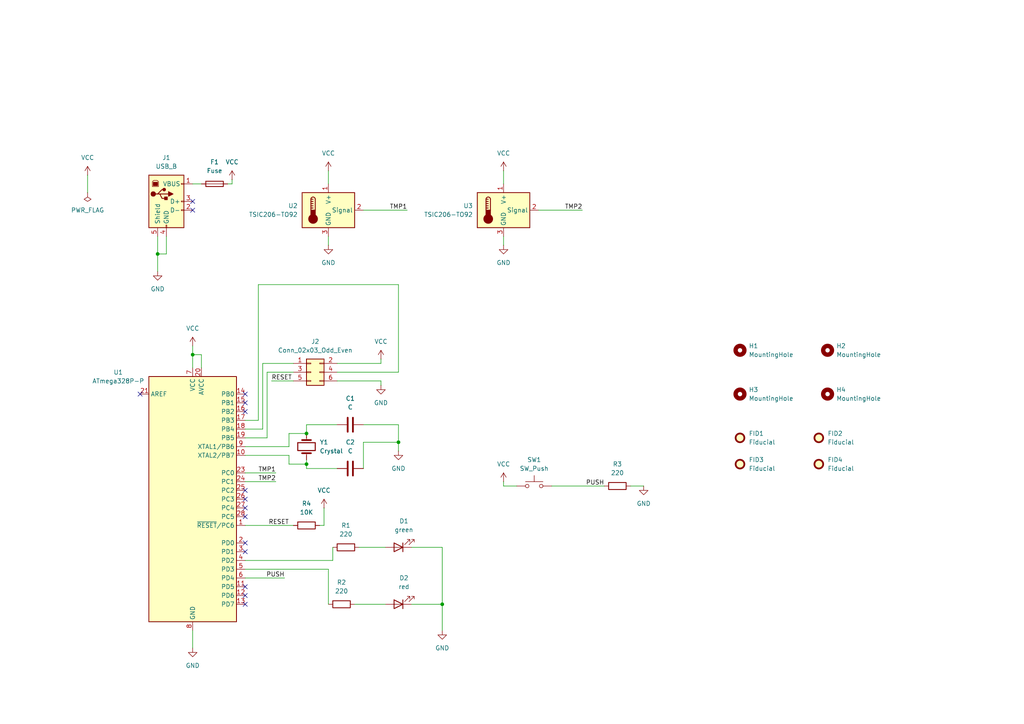
<source format=kicad_sch>
(kicad_sch (version 20231120) (generator "eeschema") (generator_version "8.0")
  (paper "A4")
  (lib_symbols
    (symbol "Connector:USB_B" (pin_names (offset 1.016))
      (property "Reference" "J" (at -5.08 11.43 0))
      (property "Value" "USB_B" (at -5.08 8.89 0))
      (symbol "USB_B_0_1"
        (rectangle (start -5.08 -7.62) (end 5.08 7.62) (stroke (width 0.254)) (fill (type background)))
        (circle (center -3.81 2.159) (radius 0.635) (stroke (width 0.254)) (fill (type outline)))
        (rectangle (start -3.81 5.588) (end -2.54 4.572) (fill (type outline)))
        (circle (center -0.635 3.429) (radius 0.381) (stroke (width 0.254)) (fill (type outline)))
        (rectangle (start -0.127 -7.62) (end 0.127 -6.858))
        (polyline (pts (xy -1.905 2.159) (xy 0.635 2.159)) (stroke (width 0.254)))
        (polyline (pts (xy -3.175 2.159) (xy -2.54 2.159) (xy -1.27 3.429) (xy -0.635 3.429)) (stroke (width 0.254)))
        (polyline (pts (xy -2.54 2.159) (xy -1.905 2.159) (xy -1.27 0.889) (xy 0 0.889)) (stroke (width 0.254)))
        (polyline (pts (xy 0.635 2.794) (xy 0.635 1.524) (xy 1.905 2.159) (xy 0.635 2.794)) (stroke (width 0.254)) (fill (type outline)))
        (polyline (pts (xy -4.064 4.318) (xy -2.286 4.318) (xy -2.286 5.715) (xy -2.667 6.096) (xy -3.683 6.096) (xy -4.064 5.715) (xy -4.064 4.318)))
        (rectangle (start 0.254 1.27) (end -0.508 0.508) (stroke (width 0.254)) (fill (type outline)))
        (rectangle (start 5.08 -2.667) (end 4.318 -2.413))
        (rectangle (start 5.08 -0.127) (end 4.318 0.127))
        (rectangle (start 5.08 4.953) (end 4.318 5.207))
      )
      (symbol "USB_B_1_1"
        (pin power_out line (at 7.62 5.08 180) (length 2.54) (name "VBUS") (number "1"))
        (pin bidirectional line (at 7.62 -2.54 180) (length 2.54) (name "D-") (number "2"))
        (pin bidirectional line (at 7.62 0 180) (length 2.54) (name "D+") (number "3"))
        (pin power_out line (at 0 -10.16 90) (length 2.54) (name "GND") (number "4"))
        (pin passive line (at -2.54 -10.16 90) (length 2.54) (name "Shield") (number "5"))
      )
    )
    (symbol "Connector_Generic:Conn_02x03_Odd_Even" (pin_names (offset 1.016) hide)
      (property "Reference" "J" (at 1.27 5.08 0))
      (property "Value" "Conn_02x03_Odd_Even" (at 1.27 -5.08 0))
      (symbol "Conn_02x03_Odd_Even_1_1"
        (rectangle (start -1.27 -2.413) (end 0 -2.667) (stroke (width 0.1524)))
        (rectangle (start -1.27 0.127) (end 0 -0.127) (stroke (width 0.1524)))
        (rectangle (start -1.27 2.667) (end 0 2.413) (stroke (width 0.1524)))
        (rectangle (start -1.27 3.81) (end 3.81 -3.81) (stroke (width 0.254)) (fill (type background)))
        (rectangle (start 3.81 -2.413) (end 2.54 -2.667) (stroke (width 0.1524)))
        (rectangle (start 3.81 0.127) (end 2.54 -0.127) (stroke (width 0.1524)))
        (rectangle (start 3.81 2.667) (end 2.54 2.413) (stroke (width 0.1524)))
        (pin passive line (at -5.08 2.54 0) (length 3.81) (name "Pin_1") (number "1"))
        (pin passive line (at 7.62 2.54 180) (length 3.81) (name "Pin_2") (number "2"))
        (pin passive line (at -5.08 0 0) (length 3.81) (name "Pin_3") (number "3"))
        (pin passive line (at 7.62 0 180) (length 3.81) (name "Pin_4") (number "4"))
        (pin passive line (at -5.08 -2.54 0) (length 3.81) (name "Pin_5") (number "5"))
        (pin passive line (at 7.62 -2.54 180) (length 3.81) (name "Pin_6") (number "6"))
      )
    )
    (symbol "Device:C" (pin_numbers hide) (pin_names (offset 0.254))
      (property "Reference" "C" (at 0.635 2.54 0))
      (property "Value" "C" (at 0.635 -2.54 0))
      (symbol "C_0_1"
        (polyline (pts (xy -2.032 -0.762) (xy 2.032 -0.762)) (stroke (width 0.508)))
        (polyline (pts (xy -2.032 0.762) (xy 2.032 0.762)) (stroke (width 0.508)))
      )
      (symbol "C_1_1"
        (pin passive line (at 0 3.81 270) (length 2.794) (name "~") (number "1"))
        (pin passive line (at 0 -3.81 90) (length 2.794) (name "~") (number "2"))
      )
    )
    (symbol "Device:Crystal" (pin_numbers hide) (pin_names (offset 1.016) hide)
      (property "Reference" "Y" (at 0 3.81 0))
      (property "Value" "Crystal" (at 0 -3.81 0))
      (symbol "Crystal_0_1"
        (rectangle (start -1.143 2.54) (end 1.143 -2.54) (stroke (width 0.3048)))
        (polyline (pts (xy -2.54 0) (xy -1.905 0)))
        (polyline (pts (xy -1.905 -1.27) (xy -1.905 1.27)) (stroke (width 0.508)))
        (polyline (pts (xy 1.905 -1.27) (xy 1.905 1.27)) (stroke (width 0.508)))
        (polyline (pts (xy 2.54 0) (xy 1.905 0)))
      )
      (symbol "Crystal_1_1"
        (pin passive line (at -3.81 0 0) (length 1.27) (name "1") (number "1"))
        (pin passive line (at 3.81 0 180) (length 1.27) (name "2") (number "2"))
      )
    )
    (symbol "Device:Fuse" (pin_numbers hide) (pin_names (offset 0))
      (property "Reference" "F" (at 2.032 0 90))
      (property "Value" "Fuse" (at -1.905 0 90))
      (symbol "Fuse_0_1"
        (rectangle (start -0.762 -2.54) (end 0.762 2.54) (stroke (width 0.254)))
        (polyline (pts (xy 0 2.54) (xy 0 -2.54)))
      )
      (symbol "Fuse_1_1"
        (pin passive line (at 0 3.81 270) (length 1.27) (name "~") (number "1"))
        (pin passive line (at 0 -3.81 90) (length 1.27) (name "~") (number "2"))
      )
    )
    (symbol "Device:LED" (pin_numbers hide) (pin_names (offset 1.016) hide)
      (property "Reference" "D" (at 0 2.54 0))
      (property "Value" "LED" (at 0 -2.54 0))
      (symbol "LED_0_1"
        (polyline (pts (xy -1.27 -1.27) (xy -1.27 1.27)) (stroke (width 0.254)))
        (polyline (pts (xy -1.27 0) (xy 1.27 0)))
        (polyline (pts (xy 1.27 -1.27) (xy 1.27 1.27) (xy -1.27 0) (xy 1.27 -1.27)) (stroke (width 0.254)))
        (polyline (pts (xy -3.048 -0.762) (xy -4.572 -2.286) (xy -3.81 -2.286) (xy -4.572 -2.286) (xy -4.572 -1.524)))
        (polyline (pts (xy -1.778 -0.762) (xy -3.302 -2.286) (xy -2.54 -2.286) (xy -3.302 -2.286) (xy -3.302 -1.524)))
      )
      (symbol "LED_1_1"
        (pin passive line (at -3.81 0 0) (length 2.54) (name "K") (number "1"))
        (pin passive line (at 3.81 0 180) (length 2.54) (name "A") (number "2"))
      )
    )
    (symbol "Device:R" (pin_numbers hide) (pin_names (offset 0))
      (property "Reference" "R" (at 2.032 0 90))
      (property "Value" "R" (at 0 0 90))
      (symbol "R_0_1"
        (rectangle (start -1.016 -2.54) (end 1.016 2.54) (stroke (width 0.254)))
      )
      (symbol "R_1_1"
        (pin passive line (at 0 3.81 270) (length 1.27) (name "~") (number "1"))
        (pin passive line (at 0 -3.81 90) (length 1.27) (name "~") (number "2"))
      )
    )
    (symbol "MCU_Microchip_ATmega:ATmega328P-P"
      (property "Reference" "U" (at -12.7 36.83 0))
      (property "Value" "ATmega328P-P" (at 2.54 -36.83 0))
      (symbol "ATmega328P-P_0_1"
        (rectangle (start -12.7 -35.56) (end 12.7 35.56) (stroke (width 0.254)) (fill (type background)))
      )
      (symbol "ATmega328P-P_1_1"
        (pin bidirectional line (at 15.24 -7.62 180) (length 2.54) (name "~{RESET}/PC6") (number "1"))
        (pin bidirectional line (at 15.24 12.7 180) (length 2.54) (name "XTAL2/PB7") (number "10"))
        (pin bidirectional line (at 15.24 -25.4 180) (length 2.54) (name "PD5") (number "11"))
        (pin bidirectional line (at 15.24 -27.94 180) (length 2.54) (name "PD6") (number "12"))
        (pin bidirectional line (at 15.24 -30.48 180) (length 2.54) (name "PD7") (number "13"))
        (pin bidirectional line (at 15.24 30.48 180) (length 2.54) (name "PB0") (number "14"))
        (pin bidirectional line (at 15.24 27.94 180) (length 2.54) (name "PB1") (number "15"))
        (pin bidirectional line (at 15.24 25.4 180) (length 2.54) (name "PB2") (number "16"))
        (pin bidirectional line (at 15.24 22.86 180) (length 2.54) (name "PB3") (number "17"))
        (pin bidirectional line (at 15.24 20.32 180) (length 2.54) (name "PB4") (number "18"))
        (pin bidirectional line (at 15.24 17.78 180) (length 2.54) (name "PB5") (number "19"))
        (pin bidirectional line (at 15.24 -12.7 180) (length 2.54) (name "PD0") (number "2"))
        (pin power_in line (at 2.54 38.1 270) (length 2.54) (name "AVCC") (number "20"))
        (pin passive line (at -15.24 30.48 0) (length 2.54) (name "AREF") (number "21"))
        (pin passive line (at 0 -38.1 90) (length 2.54) hide (name "GND") (number "22"))
        (pin bidirectional line (at 15.24 7.62 180) (length 2.54) (name "PC0") (number "23"))
        (pin bidirectional line (at 15.24 5.08 180) (length 2.54) (name "PC1") (number "24"))
        (pin bidirectional line (at 15.24 2.54 180) (length 2.54) (name "PC2") (number "25"))
        (pin bidirectional line (at 15.24 0 180) (length 2.54) (name "PC3") (number "26"))
        (pin bidirectional line (at 15.24 -2.54 180) (length 2.54) (name "PC4") (number "27"))
        (pin bidirectional line (at 15.24 -5.08 180) (length 2.54) (name "PC5") (number "28"))
        (pin bidirectional line (at 15.24 -15.24 180) (length 2.54) (name "PD1") (number "3"))
        (pin bidirectional line (at 15.24 -17.78 180) (length 2.54) (name "PD2") (number "4"))
        (pin bidirectional line (at 15.24 -20.32 180) (length 2.54) (name "PD3") (number "5"))
        (pin bidirectional line (at 15.24 -22.86 180) (length 2.54) (name "PD4") (number "6"))
        (pin power_in line (at 0 38.1 270) (length 2.54) (name "VCC") (number "7"))
        (pin power_in line (at 0 -38.1 90) (length 2.54) (name "GND") (number "8"))
        (pin bidirectional line (at 15.24 15.24 180) (length 2.54) (name "XTAL1/PB6") (number "9"))
      )
    )
    (symbol "Mechanical:Fiducial" (exclude_from_sim yes) (in_bom no)
      (property "Reference" "FID" (at 0 5.08 0))
      (property "Value" "Fiducial" (at 0 3.175 0))
      (symbol "Fiducial_0_1"
        (circle (center 0 0) (radius 1.27) (stroke (width 0.508)) (fill (type background)))
      )
    )
    (symbol "Mechanical:MountingHole" (pin_names (offset 1.016)) (exclude_from_sim yes) (in_bom no)
      (property "Reference" "H" (at 0 5.08 0))
      (property "Value" "MountingHole" (at 0 3.175 0))
      (symbol "MountingHole_0_1"
        (circle (center 0 0) (radius 1.27) (stroke (width 1.27)))
      )
    )
    (symbol "Sensor_Temperature:TSIC206-TO92"
      (property "Reference" "U" (at -6.35 6.35 0))
      (property "Value" "TSIC206-TO92" (at 1.27 6.35 0))
      (symbol "TSIC206-TO92_0_1"
        (rectangle (start -7.62 5.08) (end 7.62 -5.08) (stroke (width 0.254)) (fill (type background)))
        (circle (center -4.445 -2.54) (radius 1.27) (stroke (width 0.254)) (fill (type outline)))
        (rectangle (start -3.81 -1.905) (end -5.08 0) (stroke (width 0.254)) (fill (type outline)))
        (arc (start -3.81 3.175) (mid -4.445 3.8073) (end -5.08 3.175) (stroke (width 0.254)))
        (polyline (pts (xy -5.08 0.635) (xy -4.445 0.635)) (stroke (width 0.254)))
        (polyline (pts (xy -5.08 1.27) (xy -4.445 1.27)) (stroke (width 0.254)))
        (polyline (pts (xy -5.08 1.905) (xy -4.445 1.905)) (stroke (width 0.254)))
        (polyline (pts (xy -5.08 2.54) (xy -4.445 2.54)) (stroke (width 0.254)))
        (polyline (pts (xy -5.08 3.175) (xy -5.08 0)) (stroke (width 0.254)))
        (polyline (pts (xy -5.08 3.175) (xy -4.445 3.175)) (stroke (width 0.254)))
        (polyline (pts (xy -3.81 3.175) (xy -3.81 0)) (stroke (width 0.254)))
      )
      (symbol "TSIC206-TO92_1_1"
        (pin power_in line (at 0 7.62 270) (length 2.54) (name "V+") (number "1"))
        (pin output line (at 10.16 0 180) (length 2.54) (name "Signal") (number "2"))
        (pin power_in line (at 0 -7.62 90) (length 2.54) (name "GND") (number "3"))
      )
    )
    (symbol "Switch:SW_Push" (pin_numbers hide) (pin_names (offset 1.016) hide)
      (property "Reference" "SW" (at 1.27 2.54 0))
      (property "Value" "SW_Push" (at 0 -1.524 0))
      (symbol "SW_Push_0_1"
        (circle (center -2.032 0) (radius 0.508))
        (polyline (pts (xy 0 1.27) (xy 0 3.048)))
        (polyline (pts (xy 2.54 1.27) (xy -2.54 1.27)))
        (circle (center 2.032 0) (radius 0.508))
        (pin passive line (at -5.08 0 0) (length 2.54) (name "1") (number "1"))
        (pin passive line (at 5.08 0 180) (length 2.54) (name "2") (number "2"))
      )
    )
    (symbol "power:GND" (power) (pin_numbers hide) (pin_names (offset 0) hide)
      (property "Value" "GND" (at 0 -3.81 0))
      (symbol "GND_0_1"
        (polyline (pts (xy 0 0) (xy 0 -1.27) (xy 1.27 -1.27) (xy 0 -2.54) (xy -1.27 -1.27) (xy 0 -1.27)))
      )
      (symbol "GND_1_1"
        (pin power_in line (at 0 0 270) (length 0) (name "~") (number "1"))
      )
    )
    (symbol "power:PWR_FLAG" (power) (pin_numbers hide) (pin_names (offset 0) hide)
      (property "Value" "PWR_FLAG" (at 0 3.81 0))
      (symbol "PWR_FLAG_0_0"
        (pin power_out line (at 0 0 90) (length 0) (name "~") (number "1"))
      )
      (symbol "PWR_FLAG_0_1"
        (polyline (pts (xy 0 0) (xy 0 1.27) (xy -1.016 1.905) (xy 0 2.54) (xy 1.016 1.905) (xy 0 1.27)))
      )
    )
    (symbol "power:VCC" (power) (pin_numbers hide) (pin_names (offset 0) hide)
      (property "Value" "VCC" (at 0 3.556 0))
      (symbol "VCC_0_1"
        (polyline (pts (xy -0.762 1.27) (xy 0 2.54)))
        (polyline (pts (xy 0 0) (xy 0 2.54)))
        (polyline (pts (xy 0 2.54) (xy 0.762 1.27)))
      )
      (symbol "VCC_1_1"
        (pin power_in line (at 0 0 90) (length 0) (name "~") (number "1"))
      )
    )
  )
  (junction (at 55.88 102.87))
  (junction (at 115.57 128.27))
  (junction (at 128.27 175.26))
  (junction (at 45.72 73.66))
  (junction (at 88.9 134.62))
  (junction (at 88.9 125.73))
  (no_connect (at 71.12 160.02))
  (no_connect (at 71.12 116.84))
  (no_connect (at 71.12 144.78))
  (no_connect (at 55.88 58.42))
  (no_connect (at 71.12 175.26))
  (no_connect (at 71.12 172.72))
  (no_connect (at 71.12 142.24))
  (no_connect (at 71.12 147.32))
  (no_connect (at 71.12 114.3))
  (no_connect (at 71.12 119.38))
  (no_connect (at 40.64 114.3))
  (no_connect (at 71.12 170.18))
  (no_connect (at 55.88 60.96))
  (no_connect (at 71.12 157.48))
  (no_connect (at 71.12 149.86))
  (wire (pts (xy 88.9 123.19) (xy 97.79 123.19)))
  (wire (pts (xy 115.57 123.19) (xy 115.57 128.27)))
  (wire (pts (xy 66.04 53.34) (xy 67.31 53.34)))
  (wire (pts (xy 71.12 121.92) (xy 74.93 121.92)))
  (wire (pts (xy 71.12 139.7) (xy 80.01 139.7)))
  (wire (pts (xy 76.2 124.46) (xy 76.2 105.41)))
  (wire (pts (xy 55.88 182.88) (xy 55.88 187.96)))
  (wire (pts (xy 45.72 68.58) (xy 45.72 73.66)))
  (wire (pts (xy 88.9 125.73) (xy 88.9 123.19)))
  (wire (pts (xy 88.9 135.89) (xy 97.79 135.89)))
  (wire (pts (xy 58.42 106.68) (xy 58.42 102.87)))
  (wire (pts (xy 115.57 107.95) (xy 97.79 107.95)))
  (wire (pts (xy 93.98 152.4) (xy 93.98 147.32)))
  (wire (pts (xy 77.47 107.95) (xy 85.09 107.95)))
  (wire (pts (xy 67.31 53.34) (xy 67.31 52.07)))
  (wire (pts (xy 182.88 140.97) (xy 186.69 140.97)))
  (wire (pts (xy 95.25 165.1) (xy 95.25 175.26)))
  (wire (pts (xy 128.27 158.75) (xy 128.27 175.26)))
  (wire (pts (xy 48.26 68.58) (xy 48.26 73.66)))
  (wire (pts (xy 156.21 60.96) (xy 168.91 60.96)))
  (wire (pts (xy 160.02 140.97) (xy 175.26 140.97)))
  (wire (pts (xy 45.72 73.66) (xy 45.72 78.74)))
  (wire (pts (xy 115.57 128.27) (xy 115.57 130.81)))
  (wire (pts (xy 74.93 82.55) (xy 115.57 82.55)))
  (wire (pts (xy 71.12 127) (xy 77.47 127)))
  (wire (pts (xy 76.2 105.41) (xy 85.09 105.41)))
  (wire (pts (xy 115.57 82.55) (xy 115.57 107.95)))
  (wire (pts (xy 146.05 68.58) (xy 146.05 71.12)))
  (wire (pts (xy 146.05 140.97) (xy 149.86 140.97)))
  (wire (pts (xy 88.9 133.35) (xy 88.9 134.62)))
  (wire (pts (xy 83.82 129.54) (xy 83.82 125.73)))
  (wire (pts (xy 105.41 128.27) (xy 115.57 128.27)))
  (wire (pts (xy 105.41 135.89) (xy 105.41 128.27)))
  (wire (pts (xy 83.82 125.73) (xy 88.9 125.73)))
  (wire (pts (xy 110.49 105.41) (xy 110.49 104.14)))
  (wire (pts (xy 71.12 167.64) (xy 82.55 167.64)))
  (wire (pts (xy 110.49 110.49) (xy 110.49 111.76)))
  (wire (pts (xy 97.79 105.41) (xy 110.49 105.41)))
  (wire (pts (xy 25.4 50.8) (xy 25.4 55.88)))
  (wire (pts (xy 78.74 110.49) (xy 85.09 110.49)))
  (wire (pts (xy 146.05 49.53) (xy 146.05 53.34)))
  (wire (pts (xy 55.88 102.87) (xy 55.88 106.68)))
  (wire (pts (xy 119.38 158.75) (xy 128.27 158.75)))
  (wire (pts (xy 102.87 175.26) (xy 111.76 175.26)))
  (wire (pts (xy 48.26 73.66) (xy 45.72 73.66)))
  (wire (pts (xy 71.12 129.54) (xy 83.82 129.54)))
  (wire (pts (xy 119.38 175.26) (xy 128.27 175.26)))
  (wire (pts (xy 95.25 49.53) (xy 95.25 53.34)))
  (wire (pts (xy 77.47 127) (xy 77.47 107.95)))
  (wire (pts (xy 105.41 123.19) (xy 115.57 123.19)))
  (wire (pts (xy 55.88 100.33) (xy 55.88 102.87)))
  (wire (pts (xy 88.9 134.62) (xy 88.9 135.89)))
  (wire (pts (xy 71.12 165.1) (xy 95.25 165.1)))
  (wire (pts (xy 128.27 175.26) (xy 128.27 182.88)))
  (wire (pts (xy 71.12 137.16) (xy 80.01 137.16)))
  (wire (pts (xy 71.12 152.4) (xy 85.09 152.4)))
  (wire (pts (xy 71.12 124.46) (xy 76.2 124.46)))
  (wire (pts (xy 55.88 53.34) (xy 58.42 53.34)))
  (wire (pts (xy 146.05 139.7) (xy 146.05 140.97)))
  (wire (pts (xy 92.71 152.4) (xy 93.98 152.4)))
  (wire (pts (xy 71.12 162.56) (xy 96.52 162.56)))
  (wire (pts (xy 71.12 132.08) (xy 83.82 132.08)))
  (wire (pts (xy 83.82 134.62) (xy 88.9 134.62)))
  (wire (pts (xy 95.25 68.58) (xy 95.25 71.12)))
  (wire (pts (xy 104.14 158.75) (xy 111.76 158.75)))
  (wire (pts (xy 83.82 132.08) (xy 83.82 134.62)))
  (wire (pts (xy 105.41 60.96) (xy 118.11 60.96)))
  (wire (pts (xy 97.79 110.49) (xy 110.49 110.49)))
  (wire (pts (xy 96.52 162.56) (xy 96.52 158.75)))
  (wire (pts (xy 58.42 102.87) (xy 55.88 102.87)))
  (wire (pts (xy 74.93 121.92) (xy 74.93 82.55)))
  (label "TMP2" (at 168.91 60.96 180))
  (label "TMP1" (at 118.11 60.96 180))
  (label "RESET" (at 78.74 110.49 0))
  (label "PUSH" (at 175.26 140.97 180))
  (label "TMP2" (at 80.01 139.7 180))
  (label "RESET" (at 83.82 152.4 180))
  (label "TMP1" (at 80.01 137.16 180))
  (label "PUSH" (at 82.55 167.64 180))
  (symbol (lib_id "Device:R") (at 100.33 158.75 90) (unit 1)
    (property "Reference" "R1" (at 100.33 152.4 90))
    (property "Value" "220" (at 100.33 154.94 90))
    (property "Footprint" "Resistor_THT:R_Axial_DIN0207_L6.3mm_D2.5mm_P10.16mm_Horizontal" (effects (hide yes)))
    (property "Description" "Resistor" (effects (hide yes)))
  )
  (symbol (lib_id "Connector_Generic:Conn_02x03_Odd_Even") (at 90.17 107.95 0) (unit 1)
    (property "Reference" "J2" (at 91.44 99.06 0))
    (property "Value" "Conn_02x03_Odd_Even" (at 91.44 101.6 0))
    (property "Footprint" "Connector_PinHeader_2.54mm:PinHeader_2x03_P2.54mm_Vertical" (effects (hide yes)))
    (property "Description" "Generic connector, double row, 02x03, odd/even pin numbering scheme (row 1 odd numbers, row 2 even numbers), script generated (kicad-library-utils/schlib/autogen/connector/)" (effects (hide yes)))
  )
  (symbol (lib_id "Device:Crystal") (at 88.9 129.54 90) (unit 1)
    (property "Reference" "Y1" (at 92.71 128.2699 90) (effects (justify right)))
    (property "Value" "Crystal" (at 92.71 130.8099 90) (effects (justify right)))
    (property "Footprint" "Crystal:Crystal_HC49-4H_Vertical" (effects (hide yes)))
    (property "Description" "Two pin crystal" (effects (hide yes)))
  )
  (symbol (lib_id "power:GND") (at 186.69 140.97 0) (unit 1)
    (property "Reference" "#PWR06" (effects (hide yes)))
    (property "Value" "GND" (at 186.69 146.05 0))
    (property "Description" "Power symbol creates a global label with name \"GND\" , ground" (effects (hide yes)))
  )
  (symbol (lib_id "power:VCC") (at 110.49 104.14 0) (unit 1)
    (property "Reference" "#PWR014" (effects (hide yes)))
    (property "Value" "VCC" (at 110.49 99.06 0))
    (property "Description" "Power symbol creates a global label with name \"VCC\"" (effects (hide yes)))
  )
  (symbol (lib_id "Mechanical:Fiducial") (at 214.63 134.62 0) (unit 1) (exclude_from_sim yes) (in_bom no)
    (property "Reference" "FID3" (at 217.17 133.3499 0) (effects (justify left)))
    (property "Value" "Fiducial" (at 217.17 135.8899 0) (effects (justify left)))
    (property "Footprint" "Fiducial:Fiducial_1mm_Mask2mm" (effects (hide yes)))
    (property "Description" "Fiducial Marker" (effects (hide yes)))
  )
  (symbol (lib_id "Mechanical:MountingHole") (at 214.63 101.6 0) (unit 1) (exclude_from_sim yes) (in_bom no)
    (property "Reference" "H1" (at 217.17 100.3299 0) (effects (justify left)))
    (property "Value" "MountingHole" (at 217.17 102.8699 0) (effects (justify left)))
    (property "Footprint" "MountingHole:MountingHole_3.2mm_M3" (effects (hide yes)))
    (property "Description" "Mounting Hole without connection" (effects (hide yes)))
  )
  (symbol (lib_id "power:VCC") (at 67.31 52.07 0) (unit 1)
    (property "Reference" "#PWR01" (effects (hide yes)))
    (property "Value" "VCC" (at 67.31 46.99 0))
    (property "Description" "Power symbol creates a global label with name \"VCC\"" (effects (hide yes)))
  )
  (symbol (lib_id "Mechanical:Fiducial") (at 214.63 127 0) (unit 1) (exclude_from_sim yes) (in_bom no)
    (property "Reference" "FID1" (at 217.17 125.7299 0) (effects (justify left)))
    (property "Value" "Fiducial" (at 217.17 128.2699 0) (effects (justify left)))
    (property "Footprint" "Fiducial:Fiducial_1mm_Mask2mm" (effects (hide yes)))
    (property "Description" "Fiducial Marker" (effects (hide yes)))
  )
  (symbol (lib_id "power:VCC") (at 95.25 49.53 0) (unit 1)
    (property "Reference" "#PWR08" (effects (hide yes)))
    (property "Value" "VCC" (at 95.25 44.45 0))
    (property "Description" "Power symbol creates a global label with name \"VCC\"" (effects (hide yes)))
  )
  (symbol (lib_id "Switch:SW_Push") (at 154.94 140.97 0) (unit 1)
    (property "Reference" "SW1" (at 154.94 133.35 0))
    (property "Value" "SW_Push" (at 154.94 135.89 0))
    (property "Footprint" "Button_Switch_SMD:SW_Push_1P1T_XKB_TS-1187A" (effects (hide yes)))
    (property "Description" "Push button switch, generic, two pins" (effects (hide yes)))
  )
  (symbol (lib_id "Device:C") (at 101.6 123.19 90) (unit 1)
    (property "Reference" "C1" (at 101.6 115.57 90))
    (property "Value" "C" (at 101.6 118.11 90))
    (property "Footprint" "Capacitor_SMD:C_0805_2012Metric" (effects (hide yes)))
    (property "Description" "Unpolarized capacitor" (effects (hide yes)))
  )
  (symbol (lib_id "power:GND") (at 128.27 182.88 0) (unit 1)
    (property "Reference" "#PWR05" (effects (hide yes)))
    (property "Value" "GND" (at 128.27 187.96 0))
    (property "Description" "Power symbol creates a global label with name \"GND\" , ground" (effects (hide yes)))
  )
  (symbol (lib_id "power:VCC") (at 93.98 147.32 0) (unit 1)
    (property "Reference" "#PWR012" (effects (hide yes)))
    (property "Value" "VCC" (at 93.98 142.24 0))
    (property "Description" "Power symbol creates a global label with name \"VCC\"" (effects (hide yes)))
  )
  (symbol (lib_id "Mechanical:Fiducial") (at 237.49 134.62 0) (unit 1) (exclude_from_sim yes) (in_bom no)
    (property "Reference" "FID4" (at 240.03 133.3499 0) (effects (justify left)))
    (property "Value" "Fiducial" (at 240.03 135.8899 0) (effects (justify left)))
    (property "Footprint" "Fiducial:Fiducial_1mm_Mask2mm" (effects (hide yes)))
    (property "Description" "Fiducial Marker" (effects (hide yes)))
  )
  (symbol (lib_id "Sensor_Temperature:TSIC206-TO92") (at 146.05 60.96 0) (unit 1)
    (property "Reference" "U3" (at 137.16 59.6899 0) (effects (justify right)))
    (property "Value" "TSIC206-TO92" (at 137.16 62.2299 0) (effects (justify right)))
    (property "Footprint" "Package_TO_SOT_THT:TO-92_Inline" (effects (hide yes)))
    (property "Datasheet" "https://shop.bb-sensors.com/out/media/Datasheet_Digital_Semiconductor_temperatur_sensor_TSIC.pdf" (effects (hide yes)))
    (property "Description" "Digital temperature sensor, range -50 ... +150 °C, 0.5 K accuracy, TO-92" (effects (hide yes)))
  )
  (symbol (lib_id "Device:Fuse") (at 62.23 53.34 90) (unit 1)
    (property "Reference" "F1" (at 62.23 46.99 90))
    (property "Value" "Fuse" (at 62.23 49.53 90))
    (property "Footprint" "Fuse:Fuse_1812_4532Metric" (effects (hide yes)))
    (property "Description" "Fuse" (effects (hide yes)))
  )
  (symbol (lib_id "power:PWR_FLAG") (at 25.4 55.88 180) (unit 1)
    (property "Reference" "#FLG01" (effects (hide yes)))
    (property "Value" "PWR_FLAG" (at 25.4 60.96 0))
    (property "Description" "Special symbol for telling ERC where power comes from" (effects (hide yes)))
  )
  (symbol (lib_id "power:GND") (at 95.25 71.12 0) (unit 1)
    (property "Reference" "#PWR03" (effects (hide yes)))
    (property "Value" "GND" (at 95.25 76.2 0))
    (property "Description" "Power symbol creates a global label with name \"GND\" , ground" (effects (hide yes)))
  )
  (symbol (lib_id "Mechanical:MountingHole") (at 240.03 114.3 0) (unit 1) (exclude_from_sim yes) (in_bom no)
    (property "Reference" "H4" (at 242.57 113.0299 0) (effects (justify left)))
    (property "Value" "MountingHole" (at 242.57 115.5699 0) (effects (justify left)))
    (property "Footprint" "MountingHole:MountingHole_3.2mm_M3" (effects (hide yes)))
    (property "Description" "Mounting Hole without connection" (effects (hide yes)))
  )
  (symbol (lib_id "Device:LED") (at 115.57 175.26 180) (unit 1)
    (property "Reference" "D2" (at 117.1575 167.64 0))
    (property "Value" "red" (at 117.1575 170.18 0))
    (property "Footprint" "LED_THT:LED_D5.0mm_Clear" (effects (hide yes)))
    (property "Description" "Light emitting diode" (effects (hide yes)))
  )
  (symbol (lib_id "Device:C") (at 101.6 135.89 90) (unit 1)
    (property "Reference" "C2" (at 101.6 128.27 90))
    (property "Value" "C" (at 101.6 130.81 90))
    (property "Footprint" "Capacitor_SMD:C_0805_2012Metric" (effects (hide yes)))
    (property "Description" "Unpolarized capacitor" (effects (hide yes)))
  )
  (symbol (lib_id "Mechanical:Fiducial") (at 237.49 127 0) (unit 1) (exclude_from_sim yes) (in_bom no)
    (property "Reference" "FID2" (at 240.03 125.7299 0) (effects (justify left)))
    (property "Value" "Fiducial" (at 240.03 128.2699 0) (effects (justify left)))
    (property "Footprint" "Fiducial:Fiducial_1mm_Mask2mm" (effects (hide yes)))
    (property "Description" "Fiducial Marker" (effects (hide yes)))
  )
  (symbol (lib_id "Device:R") (at 99.06 175.26 90) (unit 1)
    (property "Reference" "R2" (at 99.06 168.91 90))
    (property "Value" "220" (at 99.06 171.45 90))
    (property "Footprint" "Resistor_THT:R_Axial_DIN0207_L6.3mm_D2.5mm_P10.16mm_Horizontal" (effects (hide yes)))
    (property "Description" "Resistor" (effects (hide yes)))
  )
  (symbol (lib_id "power:VCC") (at 25.4 50.8 0) (unit 1)
    (property "Reference" "#PWR016" (effects (hide yes)))
    (property "Value" "VCC" (at 25.4 45.72 0))
    (property "Description" "Power symbol creates a global label with name \"VCC\"" (effects (hide yes)))
  )
  (symbol (lib_id "power:GND") (at 146.05 71.12 0) (unit 1)
    (property "Reference" "#PWR04" (effects (hide yes)))
    (property "Value" "GND" (at 146.05 76.2 0))
    (property "Description" "Power symbol creates a global label with name \"GND\" , ground" (effects (hide yes)))
  )
  (symbol (lib_id "power:VCC") (at 55.88 100.33 0) (unit 1)
    (property "Reference" "#PWR011" (effects (hide yes)))
    (property "Value" "VCC" (at 55.88 95.25 0))
    (property "Description" "Power symbol creates a global label with name \"VCC\"" (effects (hide yes)))
  )
  (symbol (lib_id "Mechanical:MountingHole") (at 240.03 101.6 0) (unit 1) (exclude_from_sim yes) (in_bom no)
    (property "Reference" "H2" (at 242.57 100.3299 0) (effects (justify left)))
    (property "Value" "MountingHole" (at 242.57 102.8699 0) (effects (justify left)))
    (property "Footprint" "MountingHole:MountingHole_3.2mm_M3" (effects (hide yes)))
    (property "Description" "Mounting Hole without connection" (effects (hide yes)))
  )
  (symbol (lib_id "Device:R") (at 88.9 152.4 90) (unit 1)
    (property "Reference" "R4" (at 88.9 146.05 90))
    (property "Value" "10K" (at 88.9 148.59 90))
    (property "Footprint" "Resistor_THT:R_Axial_DIN0207_L6.3mm_D2.5mm_P10.16mm_Horizontal" (effects (hide yes)))
    (property "Description" "Resistor" (effects (hide yes)))
  )
  (symbol (lib_id "Device:R") (at 179.07 140.97 90) (unit 1)
    (property "Reference" "R3" (at 179.07 134.62 90))
    (property "Value" "220" (at 179.07 137.16 90))
    (property "Footprint" "Resistor_THT:R_Axial_DIN0207_L6.3mm_D2.5mm_P10.16mm_Horizontal" (effects (hide yes)))
    (property "Description" "Resistor" (effects (hide yes)))
  )
  (symbol (lib_id "power:GND") (at 110.49 111.76 0) (unit 1)
    (property "Reference" "#PWR015" (effects (hide yes)))
    (property "Value" "GND" (at 110.49 116.84 0))
    (property "Description" "Power symbol creates a global label with name \"GND\" , ground" (effects (hide yes)))
  )
  (symbol (lib_id "power:VCC") (at 146.05 139.7 0) (unit 1)
    (property "Reference" "#PWR07" (effects (hide yes)))
    (property "Value" "VCC" (at 146.05 134.62 0))
    (property "Description" "Power symbol creates a global label with name \"VCC\"" (effects (hide yes)))
  )
  (symbol (lib_id "power:GND") (at 115.57 130.81 0) (unit 1)
    (property "Reference" "#PWR013" (effects (hide yes)))
    (property "Value" "GND" (at 115.57 135.89 0))
    (property "Description" "Power symbol creates a global label with name \"GND\" , ground" (effects (hide yes)))
  )
  (symbol (lib_id "power:VCC") (at 146.05 49.53 0) (unit 1)
    (property "Reference" "#PWR09" (effects (hide yes)))
    (property "Value" "VCC" (at 146.05 44.45 0))
    (property "Description" "Power symbol creates a global label with name \"VCC\"" (effects (hide yes)))
  )
  (symbol (lib_id "MCU_Microchip_ATmega:ATmega328P-P") (at 55.88 144.78 0) (unit 1)
    (property "Reference" "U1" (at 34.29 107.9814 0))
    (property "Value" "ATmega328P-P" (at 34.29 110.5214 0))
    (property "Footprint" "Package_DIP:DIP-28_W7.62mm" (effects (hide yes)))
    (property "Datasheet" "http://ww1.microchip.com/downloads/en/DeviceDoc/ATmega328_P%20AVR%20MCU%20with%20picoPower%20Technology%20Data%20Sheet%2040001984A.pdf" (effects (hide yes)))
    (property "Description" "20MHz, 32kB Flash, 2kB SRAM, 1kB EEPROM, DIP-28" (effects (hide yes)))
  )
  (symbol (lib_id "Sensor_Temperature:TSIC206-TO92") (at 95.25 60.96 0) (unit 1)
    (property "Reference" "U2" (at 86.36 59.6899 0) (effects (justify right)))
    (property "Value" "TSIC206-TO92" (at 86.36 62.2299 0) (effects (justify right)))
    (property "Footprint" "Package_TO_SOT_THT:TO-92_Inline" (effects (hide yes)))
    (property "Datasheet" "https://shop.bb-sensors.com/out/media/Datasheet_Digital_Semiconductor_temperatur_sensor_TSIC.pdf" (effects (hide yes)))
    (property "Description" "Digital temperature sensor, range -50 ... +150 °C, 0.5 K accuracy, TO-92" (effects (hide yes)))
  )
  (symbol (lib_id "Device:LED") (at 115.57 158.75 180) (unit 1)
    (property "Reference" "D1" (at 117.1575 151.13 0))
    (property "Value" "green" (at 117.1575 153.67 0))
    (property "Footprint" "LED_THT:LED_D5.0mm_Clear" (effects (hide yes)))
    (property "Description" "Light emitting diode" (effects (hide yes)))
  )
  (symbol (lib_id "Connector:USB_B") (at 48.26 58.42 0) (unit 1)
    (property "Reference" "J1" (at 48.26 45.72 0))
    (property "Value" "USB_B" (at 48.26 48.26 0))
    (property "Footprint" "Connector_USB:USB_B_OST_USB-B1HSxx_Horizontal" (effects (hide yes)))
    (property "Description" "USB Type B connector" (effects (hide yes)))
  )
  (symbol (lib_id "power:GND") (at 55.88 187.96 0) (unit 1)
    (property "Reference" "#PWR010" (effects (hide yes)))
    (property "Value" "GND" (at 55.88 193.04 0))
    (property "Description" "Power symbol creates a global label with name \"GND\" , ground" (effects (hide yes)))
  )
  (symbol (lib_id "Mechanical:MountingHole") (at 214.63 114.3 0) (unit 1) (exclude_from_sim yes) (in_bom no)
    (property "Reference" "H3" (at 217.17 113.0299 0) (effects (justify left)))
    (property "Value" "MountingHole" (at 217.17 115.5699 0) (effects (justify left)))
    (property "Footprint" "MountingHole:MountingHole_3.2mm_M3" (effects (hide yes)))
    (property "Description" "Mounting Hole without connection" (effects (hide yes)))
  )
  (symbol (lib_id "power:GND") (at 45.72 78.74 0) (unit 1)
    (property "Reference" "#PWR02" (effects (hide yes)))
    (property "Value" "GND" (at 45.72 83.82 0))
    (property "Description" "Power symbol creates a global label with name \"GND\" , ground" (effects (hide yes)))
  )
)
</source>
